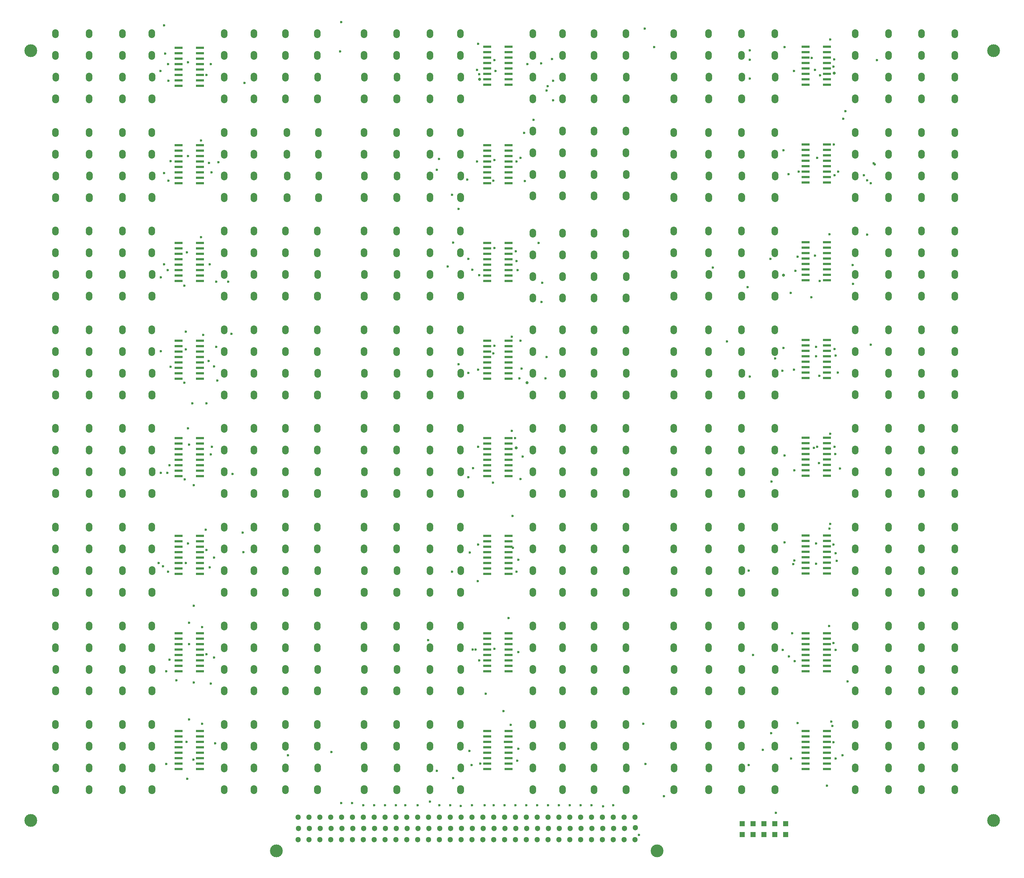
<source format=gts>
%FSLAX42Y42*%
%MOMM*%
G71*
G01*
G75*
G04 Layer_Color=8388736*
%ADD10R,1.85X0.60*%
%ADD11C,0.30*%
G04:AMPARAMS|DCode=12|XSize=2mm|YSize=1.52mm|CornerRadius=0.61mm|HoleSize=0mm|Usage=FLASHONLY|Rotation=90.000|XOffset=0mm|YOffset=0mm|HoleType=Round|Shape=RoundedRectangle|*
%AMROUNDEDRECTD12*
21,1,2.00,0.30,0,0,90.0*
21,1,0.78,1.52,0,0,90.0*
1,1,1.22,0.15,0.39*
1,1,1.22,0.15,-0.39*
1,1,1.22,-0.15,-0.39*
1,1,1.22,-0.15,0.39*
%
%ADD12ROUNDEDRECTD12*%
%ADD13C,3.00*%
%ADD14R,1.30X1.30*%
%ADD15C,1.30*%
%ADD16C,0.60*%
%ADD17C,0.70*%
%ADD18R,1.40X0.90*%
%ADD19C,0.60*%
%ADD20C,0.25*%
%ADD21C,0.25*%
%ADD22C,0.20*%
%ADD23R,1.85X0.60*%
G04:AMPARAMS|DCode=24|XSize=2mm|YSize=1.53mm|CornerRadius=0.61mm|HoleSize=0mm|Usage=FLASHONLY|Rotation=90.000|XOffset=0mm|YOffset=0mm|HoleType=Round|Shape=RoundedRectangle|*
%AMROUNDEDRECTD24*
21,1,2.00,0.30,0,0,90.0*
21,1,0.78,1.53,0,0,90.0*
1,1,1.22,0.15,0.39*
1,1,1.22,0.15,-0.39*
1,1,1.22,-0.15,-0.39*
1,1,1.22,-0.15,0.39*
%
%ADD24ROUNDEDRECTD24*%
%ADD25C,3.00*%
%ADD26R,1.30X1.30*%
%ADD27C,1.30*%
%ADD28C,0.60*%
%ADD29C,0.70*%
D23*
X4441Y-1637D02*
D03*
Y-1510D02*
D03*
Y-1383D02*
D03*
Y-1256D02*
D03*
Y-1129D02*
D03*
Y-1002D02*
D03*
Y-875D02*
D03*
Y-748D02*
D03*
X3941Y-1637D02*
D03*
Y-1510D02*
D03*
Y-1383D02*
D03*
Y-1256D02*
D03*
Y-1129D02*
D03*
Y-1002D02*
D03*
Y-875D02*
D03*
Y-748D02*
D03*
X11654Y-13048D02*
D03*
Y-12921D02*
D03*
Y-12794D02*
D03*
Y-12667D02*
D03*
Y-12540D02*
D03*
Y-12413D02*
D03*
Y-12286D02*
D03*
Y-12159D02*
D03*
X11154Y-13048D02*
D03*
Y-12921D02*
D03*
Y-12794D02*
D03*
Y-12667D02*
D03*
Y-12540D02*
D03*
Y-12413D02*
D03*
Y-12286D02*
D03*
Y-12159D02*
D03*
X4441Y-6201D02*
D03*
Y-6074D02*
D03*
Y-5947D02*
D03*
Y-5820D02*
D03*
Y-5693D02*
D03*
Y-5566D02*
D03*
Y-5439D02*
D03*
Y-5312D02*
D03*
X3941Y-6201D02*
D03*
Y-6074D02*
D03*
Y-5947D02*
D03*
Y-5820D02*
D03*
Y-5693D02*
D03*
Y-5566D02*
D03*
Y-5439D02*
D03*
Y-5312D02*
D03*
X4441Y-8484D02*
D03*
Y-8357D02*
D03*
Y-8230D02*
D03*
Y-8103D02*
D03*
Y-7976D02*
D03*
Y-7849D02*
D03*
Y-7722D02*
D03*
Y-7595D02*
D03*
X3941Y-8484D02*
D03*
Y-8357D02*
D03*
Y-8230D02*
D03*
Y-8103D02*
D03*
Y-7976D02*
D03*
Y-7849D02*
D03*
Y-7722D02*
D03*
Y-7595D02*
D03*
X4441Y-10766D02*
D03*
Y-10639D02*
D03*
Y-10512D02*
D03*
Y-10385D02*
D03*
Y-10258D02*
D03*
Y-10131D02*
D03*
Y-10004D02*
D03*
Y-9877D02*
D03*
X3941Y-10766D02*
D03*
Y-10639D02*
D03*
Y-10512D02*
D03*
Y-10385D02*
D03*
Y-10258D02*
D03*
Y-10131D02*
D03*
Y-10004D02*
D03*
Y-9877D02*
D03*
X4441Y-13048D02*
D03*
Y-12921D02*
D03*
Y-12794D02*
D03*
Y-12667D02*
D03*
Y-12540D02*
D03*
Y-12413D02*
D03*
Y-12286D02*
D03*
Y-12159D02*
D03*
X3941Y-13048D02*
D03*
Y-12921D02*
D03*
Y-12794D02*
D03*
Y-12667D02*
D03*
Y-12540D02*
D03*
Y-12413D02*
D03*
Y-12286D02*
D03*
Y-12159D02*
D03*
X4441Y-15331D02*
D03*
Y-15204D02*
D03*
Y-15077D02*
D03*
Y-14950D02*
D03*
Y-14823D02*
D03*
Y-14696D02*
D03*
Y-14569D02*
D03*
Y-14442D02*
D03*
X3941Y-15331D02*
D03*
Y-15204D02*
D03*
Y-15077D02*
D03*
Y-14950D02*
D03*
Y-14823D02*
D03*
Y-14696D02*
D03*
Y-14569D02*
D03*
Y-14442D02*
D03*
X4441Y-17613D02*
D03*
Y-17486D02*
D03*
Y-17359D02*
D03*
Y-17232D02*
D03*
Y-17105D02*
D03*
Y-16978D02*
D03*
Y-16851D02*
D03*
Y-16724D02*
D03*
X3941Y-17613D02*
D03*
Y-17486D02*
D03*
Y-17359D02*
D03*
Y-17232D02*
D03*
Y-17105D02*
D03*
Y-16978D02*
D03*
Y-16851D02*
D03*
Y-16724D02*
D03*
X11654Y-17613D02*
D03*
Y-17486D02*
D03*
Y-17359D02*
D03*
Y-17232D02*
D03*
Y-17105D02*
D03*
Y-16978D02*
D03*
Y-16851D02*
D03*
Y-16724D02*
D03*
X11154Y-17613D02*
D03*
Y-17486D02*
D03*
Y-17359D02*
D03*
Y-17232D02*
D03*
Y-17105D02*
D03*
Y-16978D02*
D03*
Y-16851D02*
D03*
Y-16724D02*
D03*
X11654Y-15331D02*
D03*
Y-15204D02*
D03*
Y-15077D02*
D03*
Y-14950D02*
D03*
Y-14823D02*
D03*
Y-14696D02*
D03*
Y-14569D02*
D03*
Y-14442D02*
D03*
X11154Y-15331D02*
D03*
Y-15204D02*
D03*
Y-15077D02*
D03*
Y-14950D02*
D03*
Y-14823D02*
D03*
Y-14696D02*
D03*
Y-14569D02*
D03*
Y-14442D02*
D03*
X11654Y-10766D02*
D03*
Y-10639D02*
D03*
Y-10512D02*
D03*
Y-10385D02*
D03*
Y-10258D02*
D03*
Y-10131D02*
D03*
Y-10004D02*
D03*
Y-9877D02*
D03*
X11154Y-10766D02*
D03*
Y-10639D02*
D03*
Y-10512D02*
D03*
Y-10385D02*
D03*
Y-10258D02*
D03*
Y-10131D02*
D03*
Y-10004D02*
D03*
Y-9877D02*
D03*
X11654Y-8484D02*
D03*
Y-8357D02*
D03*
Y-8230D02*
D03*
Y-8103D02*
D03*
Y-7976D02*
D03*
Y-7849D02*
D03*
Y-7722D02*
D03*
Y-7595D02*
D03*
X11154Y-8484D02*
D03*
Y-8357D02*
D03*
Y-8230D02*
D03*
Y-8103D02*
D03*
Y-7976D02*
D03*
Y-7849D02*
D03*
Y-7722D02*
D03*
Y-7595D02*
D03*
X11654Y-6201D02*
D03*
Y-6074D02*
D03*
Y-5947D02*
D03*
Y-5820D02*
D03*
Y-5693D02*
D03*
Y-5566D02*
D03*
Y-5439D02*
D03*
Y-5312D02*
D03*
X11154Y-6201D02*
D03*
Y-6074D02*
D03*
Y-5947D02*
D03*
Y-5820D02*
D03*
Y-5693D02*
D03*
Y-5566D02*
D03*
Y-5439D02*
D03*
Y-5312D02*
D03*
X11654Y-3919D02*
D03*
Y-3792D02*
D03*
Y-3665D02*
D03*
Y-3538D02*
D03*
Y-3411D02*
D03*
Y-3284D02*
D03*
Y-3157D02*
D03*
Y-3030D02*
D03*
X11154Y-3919D02*
D03*
Y-3792D02*
D03*
Y-3665D02*
D03*
Y-3538D02*
D03*
Y-3411D02*
D03*
Y-3284D02*
D03*
Y-3157D02*
D03*
Y-3030D02*
D03*
X11654Y-1611D02*
D03*
Y-1484D02*
D03*
Y-1357D02*
D03*
Y-1230D02*
D03*
Y-1103D02*
D03*
Y-976D02*
D03*
Y-849D02*
D03*
Y-722D02*
D03*
X11154Y-1611D02*
D03*
Y-1484D02*
D03*
Y-1357D02*
D03*
Y-1230D02*
D03*
Y-1103D02*
D03*
Y-976D02*
D03*
Y-849D02*
D03*
Y-722D02*
D03*
X19097Y-1611D02*
D03*
Y-1484D02*
D03*
Y-1357D02*
D03*
Y-1230D02*
D03*
Y-1103D02*
D03*
Y-976D02*
D03*
Y-849D02*
D03*
Y-722D02*
D03*
X18597Y-1611D02*
D03*
Y-1484D02*
D03*
Y-1357D02*
D03*
Y-1230D02*
D03*
Y-1103D02*
D03*
Y-976D02*
D03*
Y-849D02*
D03*
Y-722D02*
D03*
X19097Y-3897D02*
D03*
Y-3770D02*
D03*
Y-3643D02*
D03*
Y-3516D02*
D03*
Y-3389D02*
D03*
Y-3262D02*
D03*
Y-3135D02*
D03*
Y-3008D02*
D03*
X18597Y-3897D02*
D03*
Y-3770D02*
D03*
Y-3643D02*
D03*
Y-3516D02*
D03*
Y-3389D02*
D03*
Y-3262D02*
D03*
Y-3135D02*
D03*
Y-3008D02*
D03*
X19097Y-6183D02*
D03*
Y-6056D02*
D03*
Y-5929D02*
D03*
Y-5802D02*
D03*
Y-5675D02*
D03*
Y-5548D02*
D03*
Y-5421D02*
D03*
Y-5294D02*
D03*
X18597Y-6183D02*
D03*
Y-6056D02*
D03*
Y-5929D02*
D03*
Y-5802D02*
D03*
Y-5675D02*
D03*
Y-5548D02*
D03*
Y-5421D02*
D03*
Y-5294D02*
D03*
X19097Y-8469D02*
D03*
Y-8342D02*
D03*
Y-8215D02*
D03*
Y-8088D02*
D03*
Y-7961D02*
D03*
Y-7834D02*
D03*
Y-7707D02*
D03*
Y-7580D02*
D03*
X18597Y-8469D02*
D03*
Y-8342D02*
D03*
Y-8215D02*
D03*
Y-8088D02*
D03*
Y-7961D02*
D03*
Y-7834D02*
D03*
Y-7707D02*
D03*
Y-7580D02*
D03*
X19097Y-10755D02*
D03*
Y-10628D02*
D03*
Y-10501D02*
D03*
Y-10374D02*
D03*
Y-10247D02*
D03*
Y-10120D02*
D03*
Y-9993D02*
D03*
Y-9866D02*
D03*
X18597Y-10755D02*
D03*
Y-10628D02*
D03*
Y-10501D02*
D03*
Y-10374D02*
D03*
Y-10247D02*
D03*
Y-10120D02*
D03*
Y-9993D02*
D03*
Y-9866D02*
D03*
X19097Y-13041D02*
D03*
Y-12914D02*
D03*
Y-12787D02*
D03*
Y-12660D02*
D03*
Y-12533D02*
D03*
Y-12406D02*
D03*
Y-12279D02*
D03*
Y-12152D02*
D03*
X18597Y-13041D02*
D03*
Y-12914D02*
D03*
Y-12787D02*
D03*
Y-12660D02*
D03*
Y-12533D02*
D03*
Y-12406D02*
D03*
Y-12279D02*
D03*
Y-12152D02*
D03*
X19097Y-15327D02*
D03*
Y-15200D02*
D03*
Y-15073D02*
D03*
Y-14946D02*
D03*
Y-14819D02*
D03*
Y-14692D02*
D03*
Y-14565D02*
D03*
Y-14438D02*
D03*
X18597Y-15327D02*
D03*
Y-15200D02*
D03*
Y-15073D02*
D03*
Y-14946D02*
D03*
Y-14819D02*
D03*
Y-14692D02*
D03*
Y-14565D02*
D03*
Y-14438D02*
D03*
X18597Y-16724D02*
D03*
Y-16851D02*
D03*
Y-16978D02*
D03*
Y-17105D02*
D03*
Y-17232D02*
D03*
Y-17359D02*
D03*
Y-17486D02*
D03*
Y-17613D02*
D03*
X19097Y-16724D02*
D03*
Y-16851D02*
D03*
Y-16978D02*
D03*
Y-17105D02*
D03*
Y-17232D02*
D03*
Y-17359D02*
D03*
Y-17486D02*
D03*
Y-17613D02*
D03*
X3941Y-3030D02*
D03*
Y-3157D02*
D03*
Y-3284D02*
D03*
Y-3411D02*
D03*
Y-3538D02*
D03*
Y-3665D02*
D03*
Y-3792D02*
D03*
Y-3919D02*
D03*
X4441Y-3030D02*
D03*
Y-3157D02*
D03*
Y-3284D02*
D03*
Y-3411D02*
D03*
Y-3538D02*
D03*
Y-3665D02*
D03*
Y-3792D02*
D03*
Y-3919D02*
D03*
D24*
X22087Y-1941D02*
D03*
X22091Y-1942D02*
D03*
X22087Y-1941D02*
D03*
X22091Y-1436D02*
D03*
X22087Y-928D02*
D03*
Y-420D02*
D03*
X21306Y-1941D02*
D03*
X21310Y-1942D02*
D03*
X21306Y-1941D02*
D03*
X21310Y-1436D02*
D03*
X21306Y-928D02*
D03*
Y-420D02*
D03*
X20538Y-1941D02*
D03*
X20542Y-1942D02*
D03*
X20538Y-1941D02*
D03*
X20542Y-1436D02*
D03*
X20538Y-928D02*
D03*
Y-420D02*
D03*
X19757Y-1941D02*
D03*
X19761Y-1942D02*
D03*
X19757Y-1941D02*
D03*
X19761Y-1436D02*
D03*
X19757Y-928D02*
D03*
Y-420D02*
D03*
X17883Y-1941D02*
D03*
X17888Y-1942D02*
D03*
X17883Y-1941D02*
D03*
X17888Y-1436D02*
D03*
X17883Y-928D02*
D03*
Y-420D02*
D03*
X17102Y-1941D02*
D03*
X17107Y-1942D02*
D03*
X17102Y-1941D02*
D03*
X17107Y-1436D02*
D03*
X17102Y-928D02*
D03*
Y-420D02*
D03*
X16334Y-1941D02*
D03*
X16338Y-1942D02*
D03*
X16334Y-1941D02*
D03*
X16338Y-1436D02*
D03*
X16334Y-928D02*
D03*
Y-420D02*
D03*
X15519Y-1941D02*
D03*
X15523Y-1942D02*
D03*
X15519Y-1941D02*
D03*
X15523Y-1436D02*
D03*
X15519Y-928D02*
D03*
Y-420D02*
D03*
X14402Y-1941D02*
D03*
X14406Y-1942D02*
D03*
X14402Y-1941D02*
D03*
X14406Y-1436D02*
D03*
X14402Y-928D02*
D03*
Y-420D02*
D03*
X13653Y-1941D02*
D03*
X13657Y-1942D02*
D03*
X13653Y-1941D02*
D03*
X13657Y-1436D02*
D03*
X13653Y-928D02*
D03*
Y-420D02*
D03*
X12916Y-1941D02*
D03*
X12920Y-1942D02*
D03*
X12916Y-1941D02*
D03*
X12920Y-1436D02*
D03*
X12916Y-928D02*
D03*
Y-420D02*
D03*
X12224Y-1941D02*
D03*
X12228Y-1942D02*
D03*
X12224Y-1941D02*
D03*
X12228Y-1436D02*
D03*
X12224Y-928D02*
D03*
Y-420D02*
D03*
X10534Y-1941D02*
D03*
X10538Y-1942D02*
D03*
X10534Y-1941D02*
D03*
X10538Y-1436D02*
D03*
X10534Y-928D02*
D03*
Y-420D02*
D03*
X9818Y-1941D02*
D03*
X9822Y-1942D02*
D03*
X9818Y-1941D02*
D03*
X9822Y-1436D02*
D03*
X9818Y-928D02*
D03*
Y-420D02*
D03*
X9042Y-1941D02*
D03*
X9046Y-1942D02*
D03*
X9042Y-1941D02*
D03*
X9046Y-1436D02*
D03*
X9042Y-928D02*
D03*
Y-420D02*
D03*
X8282Y-1941D02*
D03*
X8286Y-1942D02*
D03*
X8282Y-1941D02*
D03*
X8286Y-1436D02*
D03*
X8282Y-928D02*
D03*
Y-420D02*
D03*
X7188Y-1941D02*
D03*
X7192Y-1942D02*
D03*
X7188Y-1941D02*
D03*
X7192Y-1436D02*
D03*
X7188Y-928D02*
D03*
Y-420D02*
D03*
X6439Y-1941D02*
D03*
X6443Y-1942D02*
D03*
X6439Y-1941D02*
D03*
X6443Y-1436D02*
D03*
X6439Y-928D02*
D03*
Y-420D02*
D03*
X5702Y-1941D02*
D03*
X5706Y-1942D02*
D03*
X5702Y-1941D02*
D03*
X5706Y-1436D02*
D03*
X5702Y-928D02*
D03*
Y-420D02*
D03*
X5010Y-1941D02*
D03*
X5014Y-1942D02*
D03*
X5010Y-1941D02*
D03*
X5014Y-1436D02*
D03*
X5010Y-928D02*
D03*
Y-420D02*
D03*
X3321Y-1941D02*
D03*
X3325Y-1942D02*
D03*
X3321Y-1941D02*
D03*
X3325Y-1436D02*
D03*
X3321Y-928D02*
D03*
Y-420D02*
D03*
X2629Y-1941D02*
D03*
X2633Y-1942D02*
D03*
X2629Y-1941D02*
D03*
X2633Y-1436D02*
D03*
X2629Y-928D02*
D03*
Y-420D02*
D03*
X1849Y-1941D02*
D03*
X1853Y-1942D02*
D03*
X1849Y-1941D02*
D03*
X1853Y-1436D02*
D03*
X1849Y-928D02*
D03*
Y-420D02*
D03*
X1068Y-1941D02*
D03*
X1072Y-1942D02*
D03*
X1068Y-1941D02*
D03*
X1072Y-1436D02*
D03*
X1068Y-928D02*
D03*
Y-420D02*
D03*
X9818Y-18096D02*
D03*
X9822Y-18096D02*
D03*
X9818Y-18096D02*
D03*
X9822Y-17590D02*
D03*
X9818Y-17082D02*
D03*
Y-16574D02*
D03*
X1849Y-13480D02*
D03*
X1853Y-13481D02*
D03*
X1849Y-13480D02*
D03*
X1853Y-12975D02*
D03*
X1849Y-12467D02*
D03*
Y-11959D02*
D03*
X1067Y-4253D02*
D03*
X1071Y-4253D02*
D03*
X1067Y-4253D02*
D03*
X1071Y-3747D02*
D03*
X1067Y-3239D02*
D03*
Y-2731D02*
D03*
X1854Y-4253D02*
D03*
X1858Y-4253D02*
D03*
X1854Y-4253D02*
D03*
X1858Y-3747D02*
D03*
X1854Y-3239D02*
D03*
Y-2731D02*
D03*
X5702Y-4249D02*
D03*
X5706Y-4250D02*
D03*
X5702Y-4249D02*
D03*
X5706Y-3744D02*
D03*
X5702Y-3236D02*
D03*
Y-2728D02*
D03*
X5010Y-4249D02*
D03*
X5014Y-4250D02*
D03*
X5010Y-4249D02*
D03*
X5014Y-3744D02*
D03*
X5010Y-3236D02*
D03*
Y-2728D02*
D03*
X7188Y-6557D02*
D03*
X7192Y-6557D02*
D03*
X7188Y-6557D02*
D03*
X7192Y-6051D02*
D03*
X7188Y-5543D02*
D03*
Y-5035D02*
D03*
X3321Y-6557D02*
D03*
X3325Y-6557D02*
D03*
X3321Y-6557D02*
D03*
X3325Y-6051D02*
D03*
X3321Y-5543D02*
D03*
Y-5035D02*
D03*
X5702Y-6557D02*
D03*
X5706Y-6557D02*
D03*
X5702Y-6557D02*
D03*
X5706Y-6051D02*
D03*
X5702Y-5543D02*
D03*
Y-5035D02*
D03*
X5010Y-6557D02*
D03*
X5014Y-6557D02*
D03*
X5010Y-6557D02*
D03*
X5014Y-6051D02*
D03*
X5010Y-5543D02*
D03*
Y-5035D02*
D03*
X3321Y-4249D02*
D03*
X3325Y-4250D02*
D03*
X3321Y-4249D02*
D03*
X3325Y-3744D02*
D03*
X3321Y-3236D02*
D03*
Y-2728D02*
D03*
X2629Y-4249D02*
D03*
X2633Y-4250D02*
D03*
X2629Y-4249D02*
D03*
X2633Y-3744D02*
D03*
X2629Y-3236D02*
D03*
Y-2728D02*
D03*
X6477Y-4253D02*
D03*
X6481Y-4253D02*
D03*
X6477Y-4253D02*
D03*
X6481Y-3747D02*
D03*
X6477Y-3239D02*
D03*
Y-2731D02*
D03*
X7213Y-4253D02*
D03*
X7217Y-4253D02*
D03*
X7213Y-4253D02*
D03*
X7217Y-3747D02*
D03*
X7213Y-3239D02*
D03*
Y-2731D02*
D03*
X2629Y-6557D02*
D03*
X2633Y-6557D02*
D03*
X2629Y-6557D02*
D03*
X2633Y-6051D02*
D03*
X2629Y-5543D02*
D03*
Y-5035D02*
D03*
X1849Y-6557D02*
D03*
X1853Y-6557D02*
D03*
X1849Y-6557D02*
D03*
X1853Y-6051D02*
D03*
X1849Y-5543D02*
D03*
Y-5035D02*
D03*
X1068Y-6557D02*
D03*
X1072Y-6557D02*
D03*
X1068Y-6557D02*
D03*
X1072Y-6051D02*
D03*
X1068Y-5543D02*
D03*
Y-5035D02*
D03*
X6439Y-6557D02*
D03*
X6443Y-6557D02*
D03*
X6439Y-6557D02*
D03*
X6443Y-6051D02*
D03*
X6439Y-5543D02*
D03*
Y-5035D02*
D03*
X6439Y-8865D02*
D03*
X6443Y-8865D02*
D03*
X6439Y-8865D02*
D03*
X6443Y-8359D02*
D03*
X6439Y-7851D02*
D03*
Y-7343D02*
D03*
X5702Y-8865D02*
D03*
X5706Y-8865D02*
D03*
X5702Y-8865D02*
D03*
X5706Y-8359D02*
D03*
X5702Y-7851D02*
D03*
Y-7343D02*
D03*
X5010Y-8865D02*
D03*
X5014Y-8865D02*
D03*
X5010Y-8865D02*
D03*
X5014Y-8359D02*
D03*
X5010Y-7851D02*
D03*
Y-7343D02*
D03*
X1849Y-8865D02*
D03*
X1853Y-8865D02*
D03*
X1849Y-8865D02*
D03*
X1853Y-8359D02*
D03*
X1849Y-7851D02*
D03*
Y-7343D02*
D03*
X3321Y-11172D02*
D03*
X3325Y-11173D02*
D03*
X3321Y-11172D02*
D03*
X3325Y-10667D02*
D03*
X3321Y-10159D02*
D03*
Y-9651D02*
D03*
X6439Y-11172D02*
D03*
X6443Y-11173D02*
D03*
X6439Y-11172D02*
D03*
X6443Y-10667D02*
D03*
X6439Y-10159D02*
D03*
Y-9651D02*
D03*
X5702Y-11172D02*
D03*
X5706Y-11173D02*
D03*
X5702Y-11172D02*
D03*
X5706Y-10667D02*
D03*
X5702Y-10159D02*
D03*
Y-9651D02*
D03*
X5010Y-11172D02*
D03*
X5014Y-11173D02*
D03*
X5010Y-11172D02*
D03*
X5014Y-10667D02*
D03*
X5010Y-10159D02*
D03*
Y-9651D02*
D03*
X3321Y-8865D02*
D03*
X3325Y-8865D02*
D03*
X3321Y-8865D02*
D03*
X3325Y-8359D02*
D03*
X3321Y-7851D02*
D03*
Y-7343D02*
D03*
X2629Y-8865D02*
D03*
X2633Y-8865D02*
D03*
X2629Y-8865D02*
D03*
X2633Y-8359D02*
D03*
X2629Y-7851D02*
D03*
Y-7343D02*
D03*
X7188Y-8865D02*
D03*
X7192Y-8865D02*
D03*
X7188Y-8865D02*
D03*
X7192Y-8359D02*
D03*
X7188Y-7851D02*
D03*
Y-7343D02*
D03*
X1068Y-8865D02*
D03*
X1072Y-8865D02*
D03*
X1068Y-8865D02*
D03*
X1072Y-8359D02*
D03*
X1068Y-7851D02*
D03*
Y-7343D02*
D03*
X2629Y-11172D02*
D03*
X2633Y-11173D02*
D03*
X2629Y-11172D02*
D03*
X2633Y-10667D02*
D03*
X2629Y-10159D02*
D03*
Y-9651D02*
D03*
X1849Y-11172D02*
D03*
X1853Y-11173D02*
D03*
X1849Y-11172D02*
D03*
X1853Y-10667D02*
D03*
X1849Y-10159D02*
D03*
Y-9651D02*
D03*
X1068Y-11172D02*
D03*
X1072Y-11173D02*
D03*
X1068Y-11172D02*
D03*
X1072Y-10667D02*
D03*
X1068Y-10159D02*
D03*
Y-9651D02*
D03*
X7188Y-11172D02*
D03*
X7192Y-11173D02*
D03*
X7188Y-11172D02*
D03*
X7192Y-10667D02*
D03*
X7188Y-10159D02*
D03*
Y-9651D02*
D03*
X3321Y-13480D02*
D03*
X3325Y-13481D02*
D03*
X3321Y-13480D02*
D03*
X3325Y-12975D02*
D03*
X3321Y-12467D02*
D03*
Y-11959D02*
D03*
X6439Y-13480D02*
D03*
X6443Y-13481D02*
D03*
X6439Y-13480D02*
D03*
X6443Y-12975D02*
D03*
X6439Y-12467D02*
D03*
Y-11959D02*
D03*
X5702Y-13480D02*
D03*
X5706Y-13481D02*
D03*
X5702Y-13480D02*
D03*
X5706Y-12975D02*
D03*
X5702Y-12467D02*
D03*
Y-11959D02*
D03*
X5010Y-13480D02*
D03*
X5014Y-13481D02*
D03*
X5010Y-13480D02*
D03*
X5014Y-12975D02*
D03*
X5010Y-12467D02*
D03*
Y-11959D02*
D03*
X3321Y-15788D02*
D03*
X3325Y-15788D02*
D03*
X3321Y-15788D02*
D03*
X3325Y-15282D02*
D03*
X3321Y-14774D02*
D03*
Y-14266D02*
D03*
X6439Y-15788D02*
D03*
X6443Y-15788D02*
D03*
X6439Y-15788D02*
D03*
X6443Y-15282D02*
D03*
X6439Y-14774D02*
D03*
Y-14266D02*
D03*
X5702Y-15788D02*
D03*
X5706Y-15788D02*
D03*
X5702Y-15788D02*
D03*
X5706Y-15282D02*
D03*
X5702Y-14774D02*
D03*
Y-14266D02*
D03*
X5010Y-15788D02*
D03*
X5014Y-15788D02*
D03*
X5010Y-15788D02*
D03*
X5014Y-15282D02*
D03*
X5010Y-14774D02*
D03*
Y-14266D02*
D03*
X2629Y-13480D02*
D03*
X2633Y-13481D02*
D03*
X2629Y-13480D02*
D03*
X2633Y-12975D02*
D03*
X2629Y-12467D02*
D03*
Y-11959D02*
D03*
X1068Y-13480D02*
D03*
X1072Y-13481D02*
D03*
X1068Y-13480D02*
D03*
X1072Y-12975D02*
D03*
X1068Y-12467D02*
D03*
Y-11959D02*
D03*
X7188Y-13480D02*
D03*
X7192Y-13481D02*
D03*
X7188Y-13480D02*
D03*
X7192Y-12975D02*
D03*
X7188Y-12467D02*
D03*
Y-11959D02*
D03*
X2629Y-15788D02*
D03*
X2633Y-15788D02*
D03*
X2629Y-15788D02*
D03*
X2633Y-15282D02*
D03*
X2629Y-14774D02*
D03*
Y-14266D02*
D03*
X1849Y-15788D02*
D03*
X1853Y-15788D02*
D03*
X1849Y-15788D02*
D03*
X1853Y-15282D02*
D03*
X1849Y-14774D02*
D03*
Y-14266D02*
D03*
X1068Y-15788D02*
D03*
X1072Y-15788D02*
D03*
X1068Y-15788D02*
D03*
X1072Y-15282D02*
D03*
X1068Y-14774D02*
D03*
Y-14266D02*
D03*
X7188Y-15788D02*
D03*
X7192Y-15788D02*
D03*
X7188Y-15788D02*
D03*
X7192Y-15282D02*
D03*
X7188Y-14774D02*
D03*
Y-14266D02*
D03*
X3321Y-18096D02*
D03*
X3325Y-18096D02*
D03*
X3321Y-18096D02*
D03*
X3325Y-17590D02*
D03*
X3321Y-17082D02*
D03*
Y-16574D02*
D03*
X6439Y-18096D02*
D03*
X6443Y-18096D02*
D03*
X6439Y-18096D02*
D03*
X6443Y-17590D02*
D03*
X6439Y-17082D02*
D03*
Y-16574D02*
D03*
X5702Y-18096D02*
D03*
X5706Y-18096D02*
D03*
X5702Y-18096D02*
D03*
X5706Y-17590D02*
D03*
X5702Y-17082D02*
D03*
Y-16574D02*
D03*
X5010Y-18096D02*
D03*
X5014Y-18096D02*
D03*
X5010Y-18096D02*
D03*
X5014Y-17590D02*
D03*
X5010Y-17082D02*
D03*
Y-16574D02*
D03*
X2629Y-18096D02*
D03*
X2633Y-18096D02*
D03*
X2629Y-18096D02*
D03*
X2633Y-17590D02*
D03*
X2629Y-17082D02*
D03*
Y-16574D02*
D03*
X1849Y-18096D02*
D03*
X1853Y-18096D02*
D03*
X1849Y-18096D02*
D03*
X1853Y-17590D02*
D03*
X1849Y-17082D02*
D03*
Y-16574D02*
D03*
X1068Y-18096D02*
D03*
X1072Y-18096D02*
D03*
X1068Y-18096D02*
D03*
X1072Y-17590D02*
D03*
X1068Y-17082D02*
D03*
Y-16574D02*
D03*
X7188Y-18096D02*
D03*
X7192Y-18096D02*
D03*
X7188Y-18096D02*
D03*
X7192Y-17590D02*
D03*
X7188Y-17082D02*
D03*
Y-16574D02*
D03*
X9042Y-18096D02*
D03*
X9046Y-18096D02*
D03*
X9042Y-18096D02*
D03*
X9046Y-17590D02*
D03*
X9042Y-17082D02*
D03*
Y-16574D02*
D03*
X8282Y-18096D02*
D03*
X8286Y-18096D02*
D03*
X8282Y-18096D02*
D03*
X8286Y-17590D02*
D03*
X8282Y-17082D02*
D03*
Y-16574D02*
D03*
X12916Y-18096D02*
D03*
X12920Y-18096D02*
D03*
X12916Y-18096D02*
D03*
X12920Y-17590D02*
D03*
X12916Y-17082D02*
D03*
Y-16574D02*
D03*
X12224Y-18096D02*
D03*
X12228Y-18096D02*
D03*
X12224Y-18096D02*
D03*
X12228Y-17590D02*
D03*
X12224Y-17082D02*
D03*
Y-16574D02*
D03*
X14402Y-18096D02*
D03*
X14406Y-18096D02*
D03*
X14402Y-18096D02*
D03*
X14406Y-17590D02*
D03*
X14402Y-17082D02*
D03*
Y-16574D02*
D03*
X13653Y-18096D02*
D03*
X13657Y-18096D02*
D03*
X13653Y-18096D02*
D03*
X13657Y-17590D02*
D03*
X13653Y-17082D02*
D03*
Y-16574D02*
D03*
X9042Y-15788D02*
D03*
X9046Y-15788D02*
D03*
X9042Y-15788D02*
D03*
X9046Y-15282D02*
D03*
X9042Y-14774D02*
D03*
Y-14266D02*
D03*
X8282Y-15788D02*
D03*
X8286Y-15788D02*
D03*
X8282Y-15788D02*
D03*
X8286Y-15282D02*
D03*
X8282Y-14774D02*
D03*
Y-14266D02*
D03*
X12916Y-15788D02*
D03*
X12920Y-15788D02*
D03*
X12916Y-15788D02*
D03*
X12920Y-15282D02*
D03*
X12916Y-14774D02*
D03*
Y-14266D02*
D03*
X12224Y-15788D02*
D03*
X12228Y-15788D02*
D03*
X12224Y-15788D02*
D03*
X12228Y-15282D02*
D03*
X12224Y-14774D02*
D03*
Y-14266D02*
D03*
X10534Y-15788D02*
D03*
X10538Y-15788D02*
D03*
X10534Y-15788D02*
D03*
X10538Y-15282D02*
D03*
X10534Y-14774D02*
D03*
Y-14266D02*
D03*
X9818Y-15788D02*
D03*
X9822Y-15788D02*
D03*
X9818Y-15788D02*
D03*
X9822Y-15282D02*
D03*
X9818Y-14774D02*
D03*
Y-14266D02*
D03*
X14402Y-15788D02*
D03*
X14406Y-15788D02*
D03*
X14402Y-15788D02*
D03*
X14406Y-15282D02*
D03*
X14402Y-14774D02*
D03*
Y-14266D02*
D03*
X13653Y-15788D02*
D03*
X13657Y-15788D02*
D03*
X13653Y-15788D02*
D03*
X13657Y-15282D02*
D03*
X13653Y-14774D02*
D03*
Y-14266D02*
D03*
X9042Y-13480D02*
D03*
X9046Y-13481D02*
D03*
X9042Y-13480D02*
D03*
X9046Y-12975D02*
D03*
X9042Y-12467D02*
D03*
Y-11959D02*
D03*
X8282Y-13480D02*
D03*
X8286Y-13481D02*
D03*
X8282Y-13480D02*
D03*
X8286Y-12975D02*
D03*
X8282Y-12467D02*
D03*
Y-11959D02*
D03*
X12916Y-13480D02*
D03*
X12920Y-13481D02*
D03*
X12916Y-13480D02*
D03*
X12920Y-12975D02*
D03*
X12916Y-12467D02*
D03*
Y-11959D02*
D03*
X12224Y-13480D02*
D03*
X12228Y-13481D02*
D03*
X12224Y-13480D02*
D03*
X12228Y-12975D02*
D03*
X12224Y-12467D02*
D03*
Y-11959D02*
D03*
X10534Y-13480D02*
D03*
X10538Y-13481D02*
D03*
X10534Y-13480D02*
D03*
X10538Y-12975D02*
D03*
X10534Y-12467D02*
D03*
Y-11959D02*
D03*
X9818Y-13480D02*
D03*
X9822Y-13481D02*
D03*
X9818Y-13480D02*
D03*
X9822Y-12975D02*
D03*
X9818Y-12467D02*
D03*
Y-11959D02*
D03*
X14402Y-13480D02*
D03*
X14406Y-13481D02*
D03*
X14402Y-13480D02*
D03*
X14406Y-12975D02*
D03*
X14402Y-12467D02*
D03*
Y-11959D02*
D03*
X13653Y-13480D02*
D03*
X13657Y-13481D02*
D03*
X13653Y-13480D02*
D03*
X13657Y-12975D02*
D03*
X13653Y-12467D02*
D03*
Y-11959D02*
D03*
X9042Y-11172D02*
D03*
X9046Y-11173D02*
D03*
X9042Y-11172D02*
D03*
X9046Y-10667D02*
D03*
X9042Y-10159D02*
D03*
Y-9651D02*
D03*
X8282Y-11172D02*
D03*
X8286Y-11173D02*
D03*
X8282Y-11172D02*
D03*
X8286Y-10667D02*
D03*
X8282Y-10159D02*
D03*
Y-9651D02*
D03*
X12916Y-11172D02*
D03*
X12920Y-11173D02*
D03*
X12916Y-11172D02*
D03*
X12920Y-10667D02*
D03*
X12916Y-10159D02*
D03*
Y-9651D02*
D03*
X12224Y-11172D02*
D03*
X12228Y-11173D02*
D03*
X12224Y-11172D02*
D03*
X12228Y-10667D02*
D03*
X12224Y-10159D02*
D03*
Y-9651D02*
D03*
X14402Y-8865D02*
D03*
X14406Y-8865D02*
D03*
X14402Y-8865D02*
D03*
X14406Y-8359D02*
D03*
X14402Y-7851D02*
D03*
Y-7343D02*
D03*
X9042Y-8865D02*
D03*
X9046Y-8865D02*
D03*
X9042Y-8865D02*
D03*
X9046Y-8359D02*
D03*
X9042Y-7851D02*
D03*
Y-7343D02*
D03*
X8282Y-8865D02*
D03*
X8286Y-8865D02*
D03*
X8282Y-8865D02*
D03*
X8286Y-8359D02*
D03*
X8282Y-7851D02*
D03*
Y-7343D02*
D03*
X12224Y-8865D02*
D03*
X12228Y-8865D02*
D03*
X12224Y-8865D02*
D03*
X12228Y-8359D02*
D03*
X12224Y-7851D02*
D03*
Y-7343D02*
D03*
X10534Y-11172D02*
D03*
X10538Y-11173D02*
D03*
X10534Y-11172D02*
D03*
X10538Y-10667D02*
D03*
X10534Y-10159D02*
D03*
Y-9651D02*
D03*
X9818Y-11172D02*
D03*
X9822Y-11173D02*
D03*
X9818Y-11172D02*
D03*
X9822Y-10667D02*
D03*
X9818Y-10159D02*
D03*
Y-9651D02*
D03*
X14402Y-11172D02*
D03*
X14406Y-11173D02*
D03*
X14402Y-11172D02*
D03*
X14406Y-10667D02*
D03*
X14402Y-10159D02*
D03*
Y-9651D02*
D03*
X13653Y-11172D02*
D03*
X13657Y-11173D02*
D03*
X13653Y-11172D02*
D03*
X13657Y-10667D02*
D03*
X13653Y-10159D02*
D03*
Y-9651D02*
D03*
X10534Y-8865D02*
D03*
X10538Y-8865D02*
D03*
X10534Y-8865D02*
D03*
X10538Y-8359D02*
D03*
X10534Y-7851D02*
D03*
Y-7343D02*
D03*
X9818Y-8865D02*
D03*
X9822Y-8865D02*
D03*
X9818Y-8865D02*
D03*
X9822Y-8359D02*
D03*
X9818Y-7851D02*
D03*
Y-7343D02*
D03*
X13653Y-8865D02*
D03*
X13657Y-8865D02*
D03*
X13653Y-8865D02*
D03*
X13657Y-8359D02*
D03*
X13653Y-7851D02*
D03*
Y-7343D02*
D03*
X12916Y-8865D02*
D03*
X12920Y-8865D02*
D03*
X12916Y-8865D02*
D03*
X12920Y-8359D02*
D03*
X12916Y-7851D02*
D03*
Y-7343D02*
D03*
X9042Y-6557D02*
D03*
X9046Y-6557D02*
D03*
X9042Y-6557D02*
D03*
X9046Y-6051D02*
D03*
X9042Y-5543D02*
D03*
Y-5035D02*
D03*
X8282Y-6557D02*
D03*
X8286Y-6557D02*
D03*
X8282Y-6557D02*
D03*
X8286Y-6051D02*
D03*
X8282Y-5543D02*
D03*
Y-5035D02*
D03*
X12916Y-6602D02*
D03*
X12920Y-6602D02*
D03*
X12916Y-6602D02*
D03*
X12920Y-6096D02*
D03*
X12916Y-5588D02*
D03*
Y-5080D02*
D03*
X12224Y-6602D02*
D03*
X12228Y-6602D02*
D03*
X12224Y-6602D02*
D03*
X12228Y-6096D02*
D03*
X12224Y-5588D02*
D03*
Y-5080D02*
D03*
X9042Y-4249D02*
D03*
X9046Y-4250D02*
D03*
X9042Y-4249D02*
D03*
X9046Y-3744D02*
D03*
X9042Y-3236D02*
D03*
Y-2728D02*
D03*
X8282Y-4249D02*
D03*
X8286Y-4250D02*
D03*
X8282Y-4249D02*
D03*
X8286Y-3744D02*
D03*
X8282Y-3236D02*
D03*
Y-2728D02*
D03*
X12916Y-4214D02*
D03*
X12920Y-4214D02*
D03*
X12916Y-4214D02*
D03*
X12920Y-3708D02*
D03*
X12916Y-3200D02*
D03*
Y-2692D02*
D03*
X12224Y-4214D02*
D03*
X12228Y-4214D02*
D03*
X12224Y-4214D02*
D03*
X12228Y-3708D02*
D03*
X12224Y-3200D02*
D03*
Y-2692D02*
D03*
X10534Y-6557D02*
D03*
X10538Y-6557D02*
D03*
X10534Y-6557D02*
D03*
X10538Y-6051D02*
D03*
X10534Y-5543D02*
D03*
Y-5035D02*
D03*
X9818Y-6557D02*
D03*
X9822Y-6557D02*
D03*
X9818Y-6557D02*
D03*
X9822Y-6051D02*
D03*
X9818Y-5543D02*
D03*
Y-5035D02*
D03*
X14402Y-6602D02*
D03*
X14406Y-6602D02*
D03*
X14402Y-6602D02*
D03*
X14406Y-6096D02*
D03*
X14402Y-5588D02*
D03*
Y-5080D02*
D03*
X13653Y-6602D02*
D03*
X13657Y-6602D02*
D03*
X13653Y-6602D02*
D03*
X13657Y-6096D02*
D03*
X13653Y-5588D02*
D03*
Y-5080D02*
D03*
X10534Y-4249D02*
D03*
X10538Y-4250D02*
D03*
X10534Y-4249D02*
D03*
X10538Y-3744D02*
D03*
X10534Y-3236D02*
D03*
Y-2728D02*
D03*
X9818Y-4249D02*
D03*
X9822Y-4250D02*
D03*
X9818Y-4249D02*
D03*
X9822Y-3744D02*
D03*
X9818Y-3236D02*
D03*
Y-2728D02*
D03*
X14402Y-4214D02*
D03*
X14406Y-4214D02*
D03*
X14402Y-4214D02*
D03*
X14406Y-3708D02*
D03*
X14402Y-3200D02*
D03*
Y-2692D02*
D03*
X13653Y-4214D02*
D03*
X13657Y-4214D02*
D03*
X13653Y-4214D02*
D03*
X13657Y-3708D02*
D03*
X13653Y-3200D02*
D03*
Y-2692D02*
D03*
X16334Y-4249D02*
D03*
X16338Y-4250D02*
D03*
X16334Y-4249D02*
D03*
X16338Y-3744D02*
D03*
X16334Y-3236D02*
D03*
Y-2728D02*
D03*
X15519Y-4249D02*
D03*
X15523Y-4250D02*
D03*
X15519Y-4249D02*
D03*
X15523Y-3744D02*
D03*
X15519Y-3236D02*
D03*
Y-2728D02*
D03*
X20538Y-4249D02*
D03*
X20542Y-4250D02*
D03*
X20538Y-4249D02*
D03*
X20542Y-3744D02*
D03*
X20538Y-3236D02*
D03*
Y-2728D02*
D03*
X19757Y-4249D02*
D03*
X19761Y-4250D02*
D03*
X19757Y-4249D02*
D03*
X19761Y-3744D02*
D03*
X19757Y-3236D02*
D03*
Y-2728D02*
D03*
X16334Y-6557D02*
D03*
X16338Y-6557D02*
D03*
X16334Y-6557D02*
D03*
X16338Y-6051D02*
D03*
X16334Y-5543D02*
D03*
Y-5035D02*
D03*
X15519Y-6557D02*
D03*
X15523Y-6557D02*
D03*
X15519Y-6557D02*
D03*
X15523Y-6051D02*
D03*
X15519Y-5543D02*
D03*
Y-5035D02*
D03*
X20538Y-6557D02*
D03*
X20542Y-6557D02*
D03*
X20538Y-6557D02*
D03*
X20542Y-6051D02*
D03*
X20538Y-5543D02*
D03*
Y-5035D02*
D03*
X19757Y-6557D02*
D03*
X19761Y-6557D02*
D03*
X19757Y-6557D02*
D03*
X19761Y-6051D02*
D03*
X19757Y-5543D02*
D03*
Y-5035D02*
D03*
X17883Y-4249D02*
D03*
X17888Y-4250D02*
D03*
X17883Y-4249D02*
D03*
X17888Y-3744D02*
D03*
X17883Y-3236D02*
D03*
Y-2728D02*
D03*
X17102Y-4249D02*
D03*
X17107Y-4250D02*
D03*
X17102Y-4249D02*
D03*
X17107Y-3744D02*
D03*
X17102Y-3236D02*
D03*
Y-2728D02*
D03*
X22087Y-4249D02*
D03*
X22091Y-4250D02*
D03*
X22087Y-4249D02*
D03*
X22091Y-3744D02*
D03*
X22087Y-3236D02*
D03*
Y-2728D02*
D03*
X21306Y-4249D02*
D03*
X21310Y-4250D02*
D03*
X21306Y-4249D02*
D03*
X21310Y-3744D02*
D03*
X21306Y-3236D02*
D03*
Y-2728D02*
D03*
X17883Y-6557D02*
D03*
X17888Y-6557D02*
D03*
X17883Y-6557D02*
D03*
X17888Y-6051D02*
D03*
X17883Y-5543D02*
D03*
Y-5035D02*
D03*
X17102Y-6557D02*
D03*
X17107Y-6557D02*
D03*
X17102Y-6557D02*
D03*
X17107Y-6051D02*
D03*
X17102Y-5543D02*
D03*
Y-5035D02*
D03*
X22087Y-6557D02*
D03*
X22091Y-6557D02*
D03*
X22087Y-6557D02*
D03*
X22091Y-6051D02*
D03*
X22087Y-5543D02*
D03*
Y-5035D02*
D03*
X21306Y-6557D02*
D03*
X21310Y-6557D02*
D03*
X21306Y-6557D02*
D03*
X21310Y-6051D02*
D03*
X21306Y-5543D02*
D03*
Y-5035D02*
D03*
X16334Y-8865D02*
D03*
X16338Y-8865D02*
D03*
X16334Y-8865D02*
D03*
X16338Y-8359D02*
D03*
X16334Y-7851D02*
D03*
Y-7343D02*
D03*
X15519Y-8865D02*
D03*
X15523Y-8865D02*
D03*
X15519Y-8865D02*
D03*
X15523Y-8359D02*
D03*
X15519Y-7851D02*
D03*
Y-7343D02*
D03*
X20538Y-8862D02*
D03*
X20542Y-8863D02*
D03*
X20538Y-8862D02*
D03*
X20542Y-8357D02*
D03*
X20538Y-7849D02*
D03*
Y-7341D02*
D03*
X19757Y-8862D02*
D03*
X19761Y-8863D02*
D03*
X19757Y-8862D02*
D03*
X19761Y-8357D02*
D03*
X19757Y-7849D02*
D03*
Y-7341D02*
D03*
X17883Y-8865D02*
D03*
X17888Y-8865D02*
D03*
X17883Y-8865D02*
D03*
X17888Y-8359D02*
D03*
X17883Y-7851D02*
D03*
Y-7343D02*
D03*
X17102Y-8865D02*
D03*
X17107Y-8865D02*
D03*
X17102Y-8865D02*
D03*
X17107Y-8359D02*
D03*
X17102Y-7851D02*
D03*
Y-7343D02*
D03*
X22087Y-8862D02*
D03*
X22091Y-8863D02*
D03*
X22087Y-8862D02*
D03*
X22091Y-8357D02*
D03*
X22087Y-7849D02*
D03*
Y-7341D02*
D03*
X21306Y-8862D02*
D03*
X21310Y-8863D02*
D03*
X21306Y-8862D02*
D03*
X21310Y-8357D02*
D03*
X21306Y-7849D02*
D03*
Y-7341D02*
D03*
X16334Y-11172D02*
D03*
X16338Y-11173D02*
D03*
X16334Y-11172D02*
D03*
X16338Y-10667D02*
D03*
X16334Y-10159D02*
D03*
Y-9651D02*
D03*
X15519Y-11172D02*
D03*
X15523Y-11173D02*
D03*
X15519Y-11172D02*
D03*
X15523Y-10667D02*
D03*
X15519Y-10159D02*
D03*
Y-9651D02*
D03*
X19757Y-11172D02*
D03*
X19761Y-11173D02*
D03*
X19757Y-11172D02*
D03*
X19761Y-10667D02*
D03*
X19757Y-10159D02*
D03*
Y-9651D02*
D03*
X17883Y-11172D02*
D03*
X17888Y-11173D02*
D03*
X17883Y-11172D02*
D03*
X17888Y-10667D02*
D03*
X17883Y-10159D02*
D03*
Y-9651D02*
D03*
X17102Y-11172D02*
D03*
X17107Y-11173D02*
D03*
X17102Y-11172D02*
D03*
X17107Y-10667D02*
D03*
X17102Y-10159D02*
D03*
Y-9651D02*
D03*
X22087Y-11172D02*
D03*
X22091Y-11173D02*
D03*
X22087Y-11172D02*
D03*
X22091Y-10667D02*
D03*
X22087Y-10159D02*
D03*
Y-9651D02*
D03*
X21306Y-11172D02*
D03*
X21310Y-11173D02*
D03*
X21306Y-11172D02*
D03*
X21310Y-10667D02*
D03*
X21306Y-10159D02*
D03*
Y-9651D02*
D03*
X16334Y-13480D02*
D03*
X16338Y-13481D02*
D03*
X16334Y-13480D02*
D03*
X16338Y-12975D02*
D03*
X16334Y-12467D02*
D03*
Y-11959D02*
D03*
X15519Y-13480D02*
D03*
X15523Y-13481D02*
D03*
X15519Y-13480D02*
D03*
X15523Y-12975D02*
D03*
X15519Y-12467D02*
D03*
Y-11959D02*
D03*
X20538Y-13480D02*
D03*
X20542Y-13481D02*
D03*
X20538Y-13480D02*
D03*
X20542Y-12975D02*
D03*
X20538Y-12467D02*
D03*
Y-11959D02*
D03*
X19757Y-13480D02*
D03*
X19761Y-13481D02*
D03*
X19757Y-13480D02*
D03*
X19761Y-12975D02*
D03*
X19757Y-12467D02*
D03*
Y-11959D02*
D03*
X17883Y-13480D02*
D03*
X17888Y-13481D02*
D03*
X17883Y-13480D02*
D03*
X17888Y-12975D02*
D03*
X17883Y-12467D02*
D03*
Y-11959D02*
D03*
X17102Y-13480D02*
D03*
X17107Y-13481D02*
D03*
X17102Y-13480D02*
D03*
X17107Y-12975D02*
D03*
X17102Y-12467D02*
D03*
Y-11959D02*
D03*
X22087Y-13480D02*
D03*
X22091Y-13481D02*
D03*
X22087Y-13480D02*
D03*
X22091Y-12975D02*
D03*
X22087Y-12467D02*
D03*
Y-11959D02*
D03*
X21306Y-13480D02*
D03*
X21310Y-13481D02*
D03*
X21306Y-13480D02*
D03*
X21310Y-12975D02*
D03*
X21306Y-12467D02*
D03*
Y-11959D02*
D03*
X16334Y-15788D02*
D03*
X16338Y-15788D02*
D03*
X16334Y-15788D02*
D03*
X16338Y-15282D02*
D03*
X16334Y-14774D02*
D03*
Y-14266D02*
D03*
X15519Y-15788D02*
D03*
X15523Y-15788D02*
D03*
X15519Y-15788D02*
D03*
X15523Y-15282D02*
D03*
X15519Y-14774D02*
D03*
Y-14266D02*
D03*
X20538Y-15788D02*
D03*
X20542Y-15788D02*
D03*
X20538Y-15788D02*
D03*
X20542Y-15282D02*
D03*
X20538Y-14774D02*
D03*
Y-14266D02*
D03*
X19757Y-15788D02*
D03*
X19761Y-15788D02*
D03*
X19757Y-15788D02*
D03*
X19761Y-15282D02*
D03*
X19757Y-14774D02*
D03*
Y-14266D02*
D03*
X17883Y-15788D02*
D03*
X17888Y-15788D02*
D03*
X17883Y-15788D02*
D03*
X17888Y-15282D02*
D03*
X17883Y-14774D02*
D03*
Y-14266D02*
D03*
X17102Y-15788D02*
D03*
X17107Y-15788D02*
D03*
X17102Y-15788D02*
D03*
X17107Y-15282D02*
D03*
X17102Y-14774D02*
D03*
Y-14266D02*
D03*
X22087Y-15788D02*
D03*
X22091Y-15788D02*
D03*
X22087Y-15788D02*
D03*
X22091Y-15282D02*
D03*
X22087Y-14774D02*
D03*
Y-14266D02*
D03*
X21306Y-15788D02*
D03*
X21310Y-15788D02*
D03*
X21306Y-15788D02*
D03*
X21310Y-15282D02*
D03*
X21306Y-14774D02*
D03*
Y-14266D02*
D03*
X16334Y-18096D02*
D03*
X16338Y-18096D02*
D03*
X16334Y-18096D02*
D03*
X16338Y-17590D02*
D03*
X16334Y-17082D02*
D03*
Y-16574D02*
D03*
X15519Y-18096D02*
D03*
X15523Y-18096D02*
D03*
X15519Y-18096D02*
D03*
X15523Y-17590D02*
D03*
X15519Y-17082D02*
D03*
Y-16574D02*
D03*
X20538Y-18096D02*
D03*
X20542Y-18096D02*
D03*
X20538Y-18096D02*
D03*
X20542Y-17590D02*
D03*
X20538Y-17082D02*
D03*
Y-16574D02*
D03*
X17102Y-18096D02*
D03*
X17107Y-18096D02*
D03*
X17102Y-18096D02*
D03*
X17107Y-17590D02*
D03*
X17102Y-17082D02*
D03*
Y-16574D02*
D03*
X22087Y-18096D02*
D03*
X22091Y-18096D02*
D03*
X22087Y-18096D02*
D03*
X22091Y-17590D02*
D03*
X22087Y-17082D02*
D03*
Y-16574D02*
D03*
X21306Y-18096D02*
D03*
X21310Y-18096D02*
D03*
X21306Y-18096D02*
D03*
X21310Y-17590D02*
D03*
X21306Y-17082D02*
D03*
Y-16574D02*
D03*
X19757Y-18096D02*
D03*
X19761Y-18096D02*
D03*
X19757Y-18096D02*
D03*
X19761Y-17590D02*
D03*
X19757Y-17082D02*
D03*
Y-16574D02*
D03*
X17883Y-18096D02*
D03*
X17888Y-18096D02*
D03*
X17883Y-18096D02*
D03*
X17888Y-17590D02*
D03*
X17883Y-17082D02*
D03*
Y-16574D02*
D03*
X20538Y-11172D02*
D03*
X20542Y-11173D02*
D03*
X20538Y-11172D02*
D03*
X20542Y-10667D02*
D03*
X20538Y-10159D02*
D03*
Y-9651D02*
D03*
X10534Y-18096D02*
D03*
X10538Y-18096D02*
D03*
X10534Y-18096D02*
D03*
X10538Y-17590D02*
D03*
X10534Y-17082D02*
D03*
Y-16574D02*
D03*
D25*
X490Y-820D02*
D03*
X22990D02*
D03*
Y-18820D02*
D03*
X490D02*
D03*
X15128Y-19524D02*
D03*
X6228D02*
D03*
D26*
X17119Y-18896D02*
D03*
X17373D02*
D03*
X17627D02*
D03*
X17881D02*
D03*
X18135D02*
D03*
Y-19150D02*
D03*
X17627D02*
D03*
X17119D02*
D03*
X17373D02*
D03*
X17881D02*
D03*
D27*
X14361Y-19268D02*
D03*
X14107D02*
D03*
X13853D02*
D03*
X13599D02*
D03*
X13345D02*
D03*
X13091D02*
D03*
X12837D02*
D03*
X12583D02*
D03*
X12329D02*
D03*
X12075D02*
D03*
X11821D02*
D03*
X11567D02*
D03*
X11313D02*
D03*
X11059D02*
D03*
X10805D02*
D03*
X10551D02*
D03*
X10297D02*
D03*
X10043D02*
D03*
X9789D02*
D03*
X9535D02*
D03*
X9281D02*
D03*
X9027D02*
D03*
X8773D02*
D03*
X8519D02*
D03*
X8265D02*
D03*
X8011D02*
D03*
X7757D02*
D03*
X7503D02*
D03*
X7249D02*
D03*
X6995D02*
D03*
X14615D02*
D03*
X6741D02*
D03*
X14364Y-18999D02*
D03*
X14110D02*
D03*
X13856D02*
D03*
X13602D02*
D03*
X13348D02*
D03*
X13094D02*
D03*
X12840D02*
D03*
X12586D02*
D03*
X12332D02*
D03*
X12078D02*
D03*
X11824D02*
D03*
X11570D02*
D03*
X11316D02*
D03*
X11062D02*
D03*
X10808D02*
D03*
X10554D02*
D03*
X10300D02*
D03*
X10046D02*
D03*
X9792D02*
D03*
X9538D02*
D03*
X9284D02*
D03*
X9030D02*
D03*
X8776D02*
D03*
X8522D02*
D03*
X8268D02*
D03*
X8014D02*
D03*
X7760D02*
D03*
X7506D02*
D03*
X7252D02*
D03*
X6998D02*
D03*
X14618Y-18989D02*
D03*
X6744Y-18999D02*
D03*
X14361Y-18740D02*
D03*
X14107D02*
D03*
X13853D02*
D03*
X13599D02*
D03*
X13345D02*
D03*
X13091D02*
D03*
X12837D02*
D03*
X12583D02*
D03*
X12329D02*
D03*
X12075D02*
D03*
X11821D02*
D03*
X11567D02*
D03*
X11313D02*
D03*
X11059D02*
D03*
X10805D02*
D03*
X10551D02*
D03*
X10297D02*
D03*
X10043D02*
D03*
X9789D02*
D03*
X9535D02*
D03*
X9281D02*
D03*
X9027D02*
D03*
X8773D02*
D03*
X8519D02*
D03*
X8265D02*
D03*
X8011D02*
D03*
X7757D02*
D03*
X7503D02*
D03*
X7249D02*
D03*
X6995D02*
D03*
X14615D02*
D03*
X6741D02*
D03*
D28*
X9779Y-14603D02*
D03*
X5207Y-10717D02*
D03*
X4851Y-8533D02*
D03*
X6497Y-17296D02*
D03*
X10363Y-17829D02*
D03*
X9982Y-17654D02*
D03*
X19248Y-14671D02*
D03*
X10795Y-17524D02*
D03*
X4115Y-12800D02*
D03*
X3632Y-887D02*
D03*
X12522Y-8482D02*
D03*
X12544Y-7978D02*
D03*
X20218Y-3478D02*
D03*
X20193Y-3453D02*
D03*
X7747Y-151D02*
D03*
X7721Y-836D02*
D03*
X10236Y-5866D02*
D03*
X10363Y-5307D02*
D03*
X17602Y-17169D02*
D03*
X17272Y-17524D02*
D03*
X14808Y-16559D02*
D03*
X14859Y-17499D02*
D03*
X11572Y-16978D02*
D03*
X13599Y-18464D02*
D03*
X18847Y-12343D02*
D03*
X19253Y-12368D02*
D03*
X18339Y-12735D02*
D03*
X18313Y-12825D02*
D03*
X11887Y-12724D02*
D03*
X11760Y-12444D02*
D03*
X10947Y-12368D02*
D03*
X10338Y-13003D02*
D03*
X10748Y-12550D02*
D03*
X5461Y-12546D02*
D03*
X5440Y-12089D02*
D03*
X3581Y-12876D02*
D03*
X4165Y-12343D02*
D03*
X11303Y-7898D02*
D03*
X18415Y-5637D02*
D03*
X12446Y-6247D02*
D03*
X12428Y-6696D02*
D03*
X10033Y-3351D02*
D03*
X9982Y-3605D02*
D03*
X10490Y-4519D02*
D03*
X10338Y-4189D02*
D03*
X17297Y-1471D02*
D03*
X12573Y-1649D02*
D03*
X12547Y-1751D02*
D03*
X12099Y-1133D02*
D03*
X12420Y-1116D02*
D03*
X19177Y-9777D02*
D03*
X15291Y-18247D02*
D03*
X9027Y-18464D02*
D03*
X17907Y-18642D02*
D03*
X4699Y-1129D02*
D03*
X3759Y-3402D02*
D03*
X3607Y-3681D02*
D03*
X3708Y-3859D02*
D03*
X3530Y-6120D02*
D03*
X4079Y-8584D02*
D03*
X3530Y-7847D02*
D03*
X4267Y-9066D02*
D03*
X4597Y-12495D02*
D03*
X4775Y-12673D02*
D03*
X4303Y-13796D02*
D03*
X4300Y-15594D02*
D03*
X3657Y-17499D02*
D03*
X10934Y-13221D02*
D03*
X10719Y-10793D02*
D03*
X10828Y-10575D02*
D03*
X11933Y-10836D02*
D03*
X10719Y-8355D02*
D03*
X10973Y-6069D02*
D03*
X11303Y-3854D02*
D03*
X12040Y-3867D02*
D03*
X18206Y-3707D02*
D03*
X17246Y-6348D02*
D03*
X18328Y-8279D02*
D03*
X19405Y-10590D02*
D03*
X19329Y-12749D02*
D03*
X18344Y-15088D02*
D03*
X19583Y-15568D02*
D03*
X18262Y-17372D02*
D03*
X19304D02*
D03*
X4470Y-5180D02*
D03*
X19177Y-557D02*
D03*
X20269Y-1040D02*
D03*
X10490Y-8152D02*
D03*
X10973Y-15077D02*
D03*
X12357Y-5312D02*
D03*
X18745Y-989D02*
D03*
X17297Y-1032D02*
D03*
X18326Y-1294D02*
D03*
X18110Y-735D02*
D03*
X18821Y-1268D02*
D03*
X18872Y-3326D02*
D03*
X19278Y-3732D02*
D03*
X18821Y-5612D02*
D03*
X19278Y-10082D02*
D03*
X11883Y-14878D02*
D03*
X11536Y-16262D02*
D03*
X3756Y-8205D02*
D03*
X5181Y-7440D02*
D03*
X19964Y-3732D02*
D03*
X11862Y-17423D02*
D03*
X4673Y-12901D02*
D03*
X4300Y-10976D02*
D03*
X4699Y-10260D02*
D03*
X4597Y-9066D02*
D03*
X4775Y-8202D02*
D03*
X3660Y-15331D02*
D03*
X4165Y-3284D02*
D03*
Y-9650D02*
D03*
X11709Y-16584D02*
D03*
X3683Y-10692D02*
D03*
X19355Y-8342D02*
D03*
X18872Y-10082D02*
D03*
X19278Y-7796D02*
D03*
X18847Y-7745D02*
D03*
X19202Y-16508D02*
D03*
X12024Y-2740D02*
D03*
X10693Y-3834D02*
D03*
X4595Y-1383D02*
D03*
X11986Y-10310D02*
D03*
X18923Y-8421D02*
D03*
X18085Y-7771D02*
D03*
X18110Y-10285D02*
D03*
X17805Y-10895D02*
D03*
X11735Y-9709D02*
D03*
X10947Y-10082D02*
D03*
X18085Y-3148D02*
D03*
X11912Y-8482D02*
D03*
X3698Y-13003D02*
D03*
X3735Y-10512D02*
D03*
X3525Y-10690D02*
D03*
X7518Y-17219D02*
D03*
X20127Y-3915D02*
D03*
X19710Y-6272D02*
D03*
X17792Y-16775D02*
D03*
X19177Y-11880D02*
D03*
X4148Y-17842D02*
D03*
X10922Y-3411D02*
D03*
X3734Y-15060D02*
D03*
X11653Y-14083D02*
D03*
X19253Y-16986D02*
D03*
X11293Y-10920D02*
D03*
X19358Y-3643D02*
D03*
X7747Y-18413D02*
D03*
X20040Y-3851D02*
D03*
Y-5119D02*
D03*
X19223Y-16605D02*
D03*
X19151Y-14273D02*
D03*
X19159Y-11992D02*
D03*
X4496Y-16559D02*
D03*
Y-14298D02*
D03*
X11567Y-18464D02*
D03*
X11841Y-13004D02*
D03*
X10995Y-17486D02*
D03*
X10043Y-18464D02*
D03*
X11747Y-11692D02*
D03*
X13345Y-18464D02*
D03*
X10805D02*
D03*
X11328Y-7720D02*
D03*
X13091Y-18464D02*
D03*
X18212Y-14984D02*
D03*
X17368Y-14946D02*
D03*
X18067Y-14832D02*
D03*
X19103Y-18007D02*
D03*
X12245Y-2434D02*
D03*
X11938Y-7595D02*
D03*
X20127Y-7692D02*
D03*
X16434Y-5891D02*
D03*
X18415Y-16542D02*
D03*
X12075Y-18464D02*
D03*
X14107D02*
D03*
X4825Y-6220D02*
D03*
X5105Y-6221D02*
D03*
X4115Y-7801D02*
D03*
X18440Y-3643D02*
D03*
X4079Y-6309D02*
D03*
X18285Y-14438D02*
D03*
X18735Y-6584D02*
D03*
X12837Y-18464D02*
D03*
X18255Y-6478D02*
D03*
X19258Y-3008D02*
D03*
X18364Y-5962D02*
D03*
X11823Y-5510D02*
D03*
X11841Y-5734D02*
D03*
X10820Y-14823D02*
D03*
X9819Y-18378D02*
D03*
X10541Y-18474D02*
D03*
X11870Y-5947D02*
D03*
X19159Y-5111D02*
D03*
X17297Y-811D02*
D03*
X4579Y-12018D02*
D03*
X4521Y-7466D02*
D03*
X4470Y-2919D02*
D03*
X5486Y-1573D02*
D03*
X12700Y-1979D02*
D03*
X12674Y-1014D02*
D03*
X12700Y-1522D02*
D03*
X11813Y-9877D02*
D03*
X11735Y-7501D02*
D03*
X19465Y-17296D02*
D03*
X19304Y-14832D02*
D03*
Y-12571D02*
D03*
X18847Y-12815D02*
D03*
X17272Y-12978D02*
D03*
X18110Y-12317D02*
D03*
X19291Y-10247D02*
D03*
X18915Y-10458D02*
D03*
X18339Y-10628D02*
D03*
X18847Y-7961D02*
D03*
X17888Y-8012D02*
D03*
X16764Y-7618D02*
D03*
X18933Y-6202D02*
D03*
X18941Y-1395D02*
D03*
X10973Y-1370D02*
D03*
X10922Y-1268D02*
D03*
X11356Y-1294D02*
D03*
X11845Y-3411D02*
D03*
X11938Y-3326D02*
D03*
X10719Y-5688D02*
D03*
X11963Y-8253D02*
D03*
X10945Y-8274D02*
D03*
X11125Y-15855D02*
D03*
X10887Y-14823D02*
D03*
X11887Y-17143D02*
D03*
X10744Y-17194D02*
D03*
X4287Y-17397D02*
D03*
X4800Y-17016D02*
D03*
X4699Y-15619D02*
D03*
X4597Y-14933D02*
D03*
X4775Y-15010D02*
D03*
X3890Y-15539D02*
D03*
X3480Y-12800D02*
D03*
X4724Y-10082D02*
D03*
X4089Y-10844D02*
D03*
X4648Y-8075D02*
D03*
X4673Y-5816D02*
D03*
X3688Y-5947D02*
D03*
X3607Y-5815D02*
D03*
X4715Y-3665D02*
D03*
X4656Y-3437D02*
D03*
X4877Y-3427D02*
D03*
X3708Y-1522D02*
D03*
X3695Y-1129D02*
D03*
X3607Y-228D02*
D03*
X19278Y-10082D02*
D03*
X18796Y-10107D02*
D03*
X11328Y-14806D02*
D03*
X4165Y-1090D02*
D03*
X11328Y-5434D02*
D03*
Y-3376D02*
D03*
X10947Y-659D02*
D03*
X11328Y-1040D02*
D03*
X4127Y-16978D02*
D03*
X4191Y-16457D02*
D03*
Y-14696D02*
D03*
Y-10031D02*
D03*
Y-14197D02*
D03*
X8001Y-18413D02*
D03*
X8265Y-18464D02*
D03*
X8519D02*
D03*
X8773D02*
D03*
X9245D02*
D03*
X9535D02*
D03*
X10297D02*
D03*
X11100D02*
D03*
X11313D02*
D03*
X11821D02*
D03*
X12329D02*
D03*
X12583D02*
D03*
X13868Y-18489D02*
D03*
X14705Y-19152D02*
D03*
X15062Y-735D02*
D03*
X14839Y-303D02*
D03*
X3522Y-1294D02*
D03*
X19272Y-1020D02*
D03*
X19249Y-1188D02*
D03*
X19532Y-2233D02*
D03*
X19482Y-2411D02*
D03*
X4140Y-5535D02*
D03*
X7721Y-836D02*
D03*
X19697Y-5828D02*
D03*
X17780Y-5688D02*
D03*
X10807Y-5942D02*
D03*
X4115Y-7390D02*
D03*
X4826Y-7745D02*
D03*
X18059Y-8304D02*
D03*
X17297Y-8435D02*
D03*
X19304Y-7948D02*
D03*
D29*
X18085Y-6069D02*
D03*
X11836Y-10107D02*
D03*
X10981Y-1484D02*
D03*
X19269Y-1344D02*
D03*
X12090Y-8583D02*
D03*
M02*

</source>
